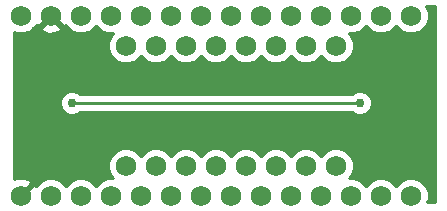
<source format=gbl>
G04 #@! TF.FileFunction,Copper,L2,Bot,Signal*
%FSLAX46Y46*%
G04 Gerber Fmt 4.6, Leading zero omitted, Abs format (unit mm)*
G04 Created by KiCad (PCBNEW 4.0.3+e1-6302~38~ubuntu14.04.1-stable) date Mon Aug 29 18:07:44 2016*
%MOMM*%
%LPD*%
G01*
G04 APERTURE LIST*
%ADD10C,0.100000*%
%ADD11C,1.727200*%
%ADD12C,0.762000*%
%ADD13C,0.250000*%
%ADD14C,0.254000*%
G04 APERTURE END LIST*
D10*
D11*
X119126000Y-90932000D03*
X121666000Y-90932000D03*
X124206000Y-90932000D03*
X126746000Y-90932000D03*
X129286000Y-90932000D03*
X131826000Y-90932000D03*
X134366000Y-90932000D03*
X136906000Y-90932000D03*
X139446000Y-90932000D03*
X141986000Y-90932000D03*
X144526000Y-90932000D03*
X147066000Y-90932000D03*
X149606000Y-90932000D03*
X152146000Y-90932000D03*
X152146000Y-75692000D03*
X144526000Y-75692000D03*
X124206000Y-75692000D03*
X139446000Y-75692000D03*
X141986000Y-75692000D03*
X121666000Y-75692000D03*
X129286000Y-75692000D03*
X119126000Y-75692000D03*
X131826000Y-75692000D03*
X134366000Y-75692000D03*
X136906000Y-75692000D03*
X126746000Y-75692000D03*
X149606000Y-75692000D03*
X147066000Y-75692000D03*
X145796000Y-88392000D03*
X143256000Y-88392000D03*
X140716000Y-88392000D03*
X138176000Y-88392000D03*
X135636000Y-88392000D03*
X133096000Y-88392000D03*
X130556000Y-88392000D03*
X128016000Y-88392000D03*
X128016000Y-78232000D03*
X130556000Y-78232000D03*
X133096000Y-78232000D03*
X135636000Y-78232000D03*
X138176000Y-78232000D03*
X140716000Y-78232000D03*
X143256000Y-78232000D03*
X145796000Y-78232000D03*
D12*
X150622000Y-84836000D03*
X123444000Y-83058000D03*
X147828000Y-83058000D03*
D13*
X147828000Y-83058000D02*
X123444000Y-83058000D01*
X123444000Y-83058000D02*
X123190000Y-83058000D01*
D14*
G36*
X154230000Y-91492000D02*
X153536127Y-91492000D01*
X153644339Y-91231398D01*
X153644859Y-90635218D01*
X153417192Y-90084220D01*
X152995997Y-89662290D01*
X152445398Y-89433661D01*
X151849218Y-89433141D01*
X151298220Y-89660808D01*
X150876290Y-90082003D01*
X150875905Y-90082931D01*
X150455997Y-89662290D01*
X149905398Y-89433661D01*
X149309218Y-89433141D01*
X148758220Y-89660808D01*
X148336290Y-90082003D01*
X148335905Y-90082931D01*
X147915997Y-89662290D01*
X147365398Y-89433661D01*
X146874141Y-89433233D01*
X147065710Y-89241997D01*
X147294339Y-88691398D01*
X147294859Y-88095218D01*
X147067192Y-87544220D01*
X146645997Y-87122290D01*
X146095398Y-86893661D01*
X145499218Y-86893141D01*
X144948220Y-87120808D01*
X144526290Y-87542003D01*
X144525905Y-87542931D01*
X144105997Y-87122290D01*
X143555398Y-86893661D01*
X142959218Y-86893141D01*
X142408220Y-87120808D01*
X141986290Y-87542003D01*
X141985905Y-87542931D01*
X141565997Y-87122290D01*
X141015398Y-86893661D01*
X140419218Y-86893141D01*
X139868220Y-87120808D01*
X139446290Y-87542003D01*
X139445905Y-87542931D01*
X139025997Y-87122290D01*
X138475398Y-86893661D01*
X137879218Y-86893141D01*
X137328220Y-87120808D01*
X136906290Y-87542003D01*
X136905905Y-87542931D01*
X136485997Y-87122290D01*
X135935398Y-86893661D01*
X135339218Y-86893141D01*
X134788220Y-87120808D01*
X134366290Y-87542003D01*
X134365905Y-87542931D01*
X133945997Y-87122290D01*
X133395398Y-86893661D01*
X132799218Y-86893141D01*
X132248220Y-87120808D01*
X131826290Y-87542003D01*
X131825905Y-87542931D01*
X131405997Y-87122290D01*
X130855398Y-86893661D01*
X130259218Y-86893141D01*
X129708220Y-87120808D01*
X129286290Y-87542003D01*
X129285905Y-87542931D01*
X128865997Y-87122290D01*
X128315398Y-86893661D01*
X127719218Y-86893141D01*
X127168220Y-87120808D01*
X126746290Y-87542003D01*
X126517661Y-88092602D01*
X126517141Y-88688782D01*
X126744808Y-89239780D01*
X126938258Y-89433568D01*
X126449218Y-89433141D01*
X125898220Y-89660808D01*
X125476290Y-90082003D01*
X125475905Y-90082931D01*
X125055997Y-89662290D01*
X124505398Y-89433661D01*
X123909218Y-89433141D01*
X123358220Y-89660808D01*
X122936290Y-90082003D01*
X122935905Y-90082931D01*
X122515997Y-89662290D01*
X121965398Y-89433661D01*
X121369218Y-89433141D01*
X120818220Y-89660808D01*
X120396290Y-90082003D01*
X120379459Y-90122537D01*
X120179805Y-90057800D01*
X119305605Y-90932000D01*
X119319748Y-90946143D01*
X119140143Y-91125748D01*
X119126000Y-91111605D01*
X119111858Y-91125748D01*
X118932253Y-90946143D01*
X118946395Y-90932000D01*
X118932253Y-90917858D01*
X119111858Y-90738253D01*
X119126000Y-90752395D01*
X120000200Y-89878195D01*
X119918259Y-89625484D01*
X119357970Y-89421752D01*
X118762365Y-89447942D01*
X118566000Y-89529279D01*
X118566000Y-83259208D01*
X122427824Y-83259208D01*
X122582175Y-83632766D01*
X122867731Y-83918821D01*
X123241018Y-84073824D01*
X123645208Y-84074176D01*
X124018766Y-83919825D01*
X124120769Y-83818000D01*
X147151086Y-83818000D01*
X147251731Y-83918821D01*
X147625018Y-84073824D01*
X148029208Y-84074176D01*
X148402766Y-83919825D01*
X148688821Y-83634269D01*
X148843824Y-83260982D01*
X148844176Y-82856792D01*
X148689825Y-82483234D01*
X148404269Y-82197179D01*
X148030982Y-82042176D01*
X147626792Y-82041824D01*
X147253234Y-82196175D01*
X147151231Y-82298000D01*
X124120914Y-82298000D01*
X124020269Y-82197179D01*
X123646982Y-82042176D01*
X123242792Y-82041824D01*
X122869234Y-82196175D01*
X122583179Y-82481731D01*
X122428176Y-82855018D01*
X122427824Y-83259208D01*
X118566000Y-83259208D01*
X118566000Y-77082127D01*
X118826602Y-77190339D01*
X119422782Y-77190859D01*
X119973780Y-76963192D01*
X120191546Y-76745805D01*
X120791800Y-76745805D01*
X120873741Y-76998516D01*
X121434030Y-77202248D01*
X122029635Y-77176058D01*
X122458259Y-76998516D01*
X122540200Y-76745805D01*
X121666000Y-75871605D01*
X120791800Y-76745805D01*
X120191546Y-76745805D01*
X120395710Y-76541997D01*
X120412541Y-76501463D01*
X120612195Y-76566200D01*
X121486395Y-75692000D01*
X121472253Y-75677858D01*
X121651858Y-75498253D01*
X121666000Y-75512395D01*
X121680143Y-75498253D01*
X121859748Y-75677858D01*
X121845605Y-75692000D01*
X122719805Y-76566200D01*
X122919033Y-76501601D01*
X122934808Y-76539780D01*
X123356003Y-76961710D01*
X123906602Y-77190339D01*
X124502782Y-77190859D01*
X125053780Y-76963192D01*
X125475710Y-76541997D01*
X125476095Y-76541069D01*
X125896003Y-76961710D01*
X126446602Y-77190339D01*
X126937859Y-77190767D01*
X126746290Y-77382003D01*
X126517661Y-77932602D01*
X126517141Y-78528782D01*
X126744808Y-79079780D01*
X127166003Y-79501710D01*
X127716602Y-79730339D01*
X128312782Y-79730859D01*
X128863780Y-79503192D01*
X129285710Y-79081997D01*
X129286095Y-79081069D01*
X129706003Y-79501710D01*
X130256602Y-79730339D01*
X130852782Y-79730859D01*
X131403780Y-79503192D01*
X131825710Y-79081997D01*
X131826095Y-79081069D01*
X132246003Y-79501710D01*
X132796602Y-79730339D01*
X133392782Y-79730859D01*
X133943780Y-79503192D01*
X134365710Y-79081997D01*
X134366095Y-79081069D01*
X134786003Y-79501710D01*
X135336602Y-79730339D01*
X135932782Y-79730859D01*
X136483780Y-79503192D01*
X136905710Y-79081997D01*
X136906095Y-79081069D01*
X137326003Y-79501710D01*
X137876602Y-79730339D01*
X138472782Y-79730859D01*
X139023780Y-79503192D01*
X139445710Y-79081997D01*
X139446095Y-79081069D01*
X139866003Y-79501710D01*
X140416602Y-79730339D01*
X141012782Y-79730859D01*
X141563780Y-79503192D01*
X141985710Y-79081997D01*
X141986095Y-79081069D01*
X142406003Y-79501710D01*
X142956602Y-79730339D01*
X143552782Y-79730859D01*
X144103780Y-79503192D01*
X144525710Y-79081997D01*
X144526095Y-79081069D01*
X144946003Y-79501710D01*
X145496602Y-79730339D01*
X146092782Y-79730859D01*
X146643780Y-79503192D01*
X147065710Y-79081997D01*
X147294339Y-78531398D01*
X147294859Y-77935218D01*
X147067192Y-77384220D01*
X146873742Y-77190432D01*
X147362782Y-77190859D01*
X147913780Y-76963192D01*
X148335710Y-76541997D01*
X148336095Y-76541069D01*
X148756003Y-76961710D01*
X149306602Y-77190339D01*
X149902782Y-77190859D01*
X150453780Y-76963192D01*
X150875710Y-76541997D01*
X150876095Y-76541069D01*
X151296003Y-76961710D01*
X151846602Y-77190339D01*
X152442782Y-77190859D01*
X152993780Y-76963192D01*
X153415710Y-76541997D01*
X153644339Y-75991398D01*
X153644859Y-75395218D01*
X153431150Y-74878000D01*
X154230000Y-74878000D01*
X154230000Y-91492000D01*
X154230000Y-91492000D01*
G37*
X154230000Y-91492000D02*
X153536127Y-91492000D01*
X153644339Y-91231398D01*
X153644859Y-90635218D01*
X153417192Y-90084220D01*
X152995997Y-89662290D01*
X152445398Y-89433661D01*
X151849218Y-89433141D01*
X151298220Y-89660808D01*
X150876290Y-90082003D01*
X150875905Y-90082931D01*
X150455997Y-89662290D01*
X149905398Y-89433661D01*
X149309218Y-89433141D01*
X148758220Y-89660808D01*
X148336290Y-90082003D01*
X148335905Y-90082931D01*
X147915997Y-89662290D01*
X147365398Y-89433661D01*
X146874141Y-89433233D01*
X147065710Y-89241997D01*
X147294339Y-88691398D01*
X147294859Y-88095218D01*
X147067192Y-87544220D01*
X146645997Y-87122290D01*
X146095398Y-86893661D01*
X145499218Y-86893141D01*
X144948220Y-87120808D01*
X144526290Y-87542003D01*
X144525905Y-87542931D01*
X144105997Y-87122290D01*
X143555398Y-86893661D01*
X142959218Y-86893141D01*
X142408220Y-87120808D01*
X141986290Y-87542003D01*
X141985905Y-87542931D01*
X141565997Y-87122290D01*
X141015398Y-86893661D01*
X140419218Y-86893141D01*
X139868220Y-87120808D01*
X139446290Y-87542003D01*
X139445905Y-87542931D01*
X139025997Y-87122290D01*
X138475398Y-86893661D01*
X137879218Y-86893141D01*
X137328220Y-87120808D01*
X136906290Y-87542003D01*
X136905905Y-87542931D01*
X136485997Y-87122290D01*
X135935398Y-86893661D01*
X135339218Y-86893141D01*
X134788220Y-87120808D01*
X134366290Y-87542003D01*
X134365905Y-87542931D01*
X133945997Y-87122290D01*
X133395398Y-86893661D01*
X132799218Y-86893141D01*
X132248220Y-87120808D01*
X131826290Y-87542003D01*
X131825905Y-87542931D01*
X131405997Y-87122290D01*
X130855398Y-86893661D01*
X130259218Y-86893141D01*
X129708220Y-87120808D01*
X129286290Y-87542003D01*
X129285905Y-87542931D01*
X128865997Y-87122290D01*
X128315398Y-86893661D01*
X127719218Y-86893141D01*
X127168220Y-87120808D01*
X126746290Y-87542003D01*
X126517661Y-88092602D01*
X126517141Y-88688782D01*
X126744808Y-89239780D01*
X126938258Y-89433568D01*
X126449218Y-89433141D01*
X125898220Y-89660808D01*
X125476290Y-90082003D01*
X125475905Y-90082931D01*
X125055997Y-89662290D01*
X124505398Y-89433661D01*
X123909218Y-89433141D01*
X123358220Y-89660808D01*
X122936290Y-90082003D01*
X122935905Y-90082931D01*
X122515997Y-89662290D01*
X121965398Y-89433661D01*
X121369218Y-89433141D01*
X120818220Y-89660808D01*
X120396290Y-90082003D01*
X120379459Y-90122537D01*
X120179805Y-90057800D01*
X119305605Y-90932000D01*
X119319748Y-90946143D01*
X119140143Y-91125748D01*
X119126000Y-91111605D01*
X119111858Y-91125748D01*
X118932253Y-90946143D01*
X118946395Y-90932000D01*
X118932253Y-90917858D01*
X119111858Y-90738253D01*
X119126000Y-90752395D01*
X120000200Y-89878195D01*
X119918259Y-89625484D01*
X119357970Y-89421752D01*
X118762365Y-89447942D01*
X118566000Y-89529279D01*
X118566000Y-83259208D01*
X122427824Y-83259208D01*
X122582175Y-83632766D01*
X122867731Y-83918821D01*
X123241018Y-84073824D01*
X123645208Y-84074176D01*
X124018766Y-83919825D01*
X124120769Y-83818000D01*
X147151086Y-83818000D01*
X147251731Y-83918821D01*
X147625018Y-84073824D01*
X148029208Y-84074176D01*
X148402766Y-83919825D01*
X148688821Y-83634269D01*
X148843824Y-83260982D01*
X148844176Y-82856792D01*
X148689825Y-82483234D01*
X148404269Y-82197179D01*
X148030982Y-82042176D01*
X147626792Y-82041824D01*
X147253234Y-82196175D01*
X147151231Y-82298000D01*
X124120914Y-82298000D01*
X124020269Y-82197179D01*
X123646982Y-82042176D01*
X123242792Y-82041824D01*
X122869234Y-82196175D01*
X122583179Y-82481731D01*
X122428176Y-82855018D01*
X122427824Y-83259208D01*
X118566000Y-83259208D01*
X118566000Y-77082127D01*
X118826602Y-77190339D01*
X119422782Y-77190859D01*
X119973780Y-76963192D01*
X120191546Y-76745805D01*
X120791800Y-76745805D01*
X120873741Y-76998516D01*
X121434030Y-77202248D01*
X122029635Y-77176058D01*
X122458259Y-76998516D01*
X122540200Y-76745805D01*
X121666000Y-75871605D01*
X120791800Y-76745805D01*
X120191546Y-76745805D01*
X120395710Y-76541997D01*
X120412541Y-76501463D01*
X120612195Y-76566200D01*
X121486395Y-75692000D01*
X121472253Y-75677858D01*
X121651858Y-75498253D01*
X121666000Y-75512395D01*
X121680143Y-75498253D01*
X121859748Y-75677858D01*
X121845605Y-75692000D01*
X122719805Y-76566200D01*
X122919033Y-76501601D01*
X122934808Y-76539780D01*
X123356003Y-76961710D01*
X123906602Y-77190339D01*
X124502782Y-77190859D01*
X125053780Y-76963192D01*
X125475710Y-76541997D01*
X125476095Y-76541069D01*
X125896003Y-76961710D01*
X126446602Y-77190339D01*
X126937859Y-77190767D01*
X126746290Y-77382003D01*
X126517661Y-77932602D01*
X126517141Y-78528782D01*
X126744808Y-79079780D01*
X127166003Y-79501710D01*
X127716602Y-79730339D01*
X128312782Y-79730859D01*
X128863780Y-79503192D01*
X129285710Y-79081997D01*
X129286095Y-79081069D01*
X129706003Y-79501710D01*
X130256602Y-79730339D01*
X130852782Y-79730859D01*
X131403780Y-79503192D01*
X131825710Y-79081997D01*
X131826095Y-79081069D01*
X132246003Y-79501710D01*
X132796602Y-79730339D01*
X133392782Y-79730859D01*
X133943780Y-79503192D01*
X134365710Y-79081997D01*
X134366095Y-79081069D01*
X134786003Y-79501710D01*
X135336602Y-79730339D01*
X135932782Y-79730859D01*
X136483780Y-79503192D01*
X136905710Y-79081997D01*
X136906095Y-79081069D01*
X137326003Y-79501710D01*
X137876602Y-79730339D01*
X138472782Y-79730859D01*
X139023780Y-79503192D01*
X139445710Y-79081997D01*
X139446095Y-79081069D01*
X139866003Y-79501710D01*
X140416602Y-79730339D01*
X141012782Y-79730859D01*
X141563780Y-79503192D01*
X141985710Y-79081997D01*
X141986095Y-79081069D01*
X142406003Y-79501710D01*
X142956602Y-79730339D01*
X143552782Y-79730859D01*
X144103780Y-79503192D01*
X144525710Y-79081997D01*
X144526095Y-79081069D01*
X144946003Y-79501710D01*
X145496602Y-79730339D01*
X146092782Y-79730859D01*
X146643780Y-79503192D01*
X147065710Y-79081997D01*
X147294339Y-78531398D01*
X147294859Y-77935218D01*
X147067192Y-77384220D01*
X146873742Y-77190432D01*
X147362782Y-77190859D01*
X147913780Y-76963192D01*
X148335710Y-76541997D01*
X148336095Y-76541069D01*
X148756003Y-76961710D01*
X149306602Y-77190339D01*
X149902782Y-77190859D01*
X150453780Y-76963192D01*
X150875710Y-76541997D01*
X150876095Y-76541069D01*
X151296003Y-76961710D01*
X151846602Y-77190339D01*
X152442782Y-77190859D01*
X152993780Y-76963192D01*
X153415710Y-76541997D01*
X153644339Y-75991398D01*
X153644859Y-75395218D01*
X153431150Y-74878000D01*
X154230000Y-74878000D01*
X154230000Y-91492000D01*
M02*

</source>
